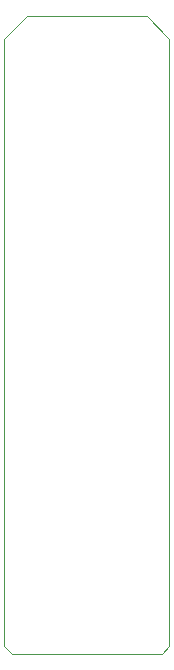
<source format=gm1>
%TF.GenerationSoftware,KiCad,Pcbnew,9.0.0*%
%TF.CreationDate,2025-04-09T23:46:37-07:00*%
%TF.ProjectId,RP2350_60QFN_minimal,52503233-3530-45f3-9630-51464e5f6d69,rev?*%
%TF.SameCoordinates,Original*%
%TF.FileFunction,Profile,NP*%
%FSLAX46Y46*%
G04 Gerber Fmt 4.6, Leading zero omitted, Abs format (unit mm)*
G04 Created by KiCad (PCBNEW 9.0.0) date 2025-04-09 23:46:37*
%MOMM*%
%LPD*%
G01*
G04 APERTURE LIST*
%TA.AperFunction,Profile*%
%ADD10C,0.050000*%
%TD*%
G04 APERTURE END LIST*
D10*
X29845000Y-19050000D02*
X29845000Y-70485000D01*
X29210000Y-71120000D01*
X16510000Y-71120000D01*
X15875000Y-70485000D01*
X15875000Y-19050000D01*
X17780000Y-17145000D01*
X27940000Y-17145000D01*
X29845000Y-19050000D01*
M02*

</source>
